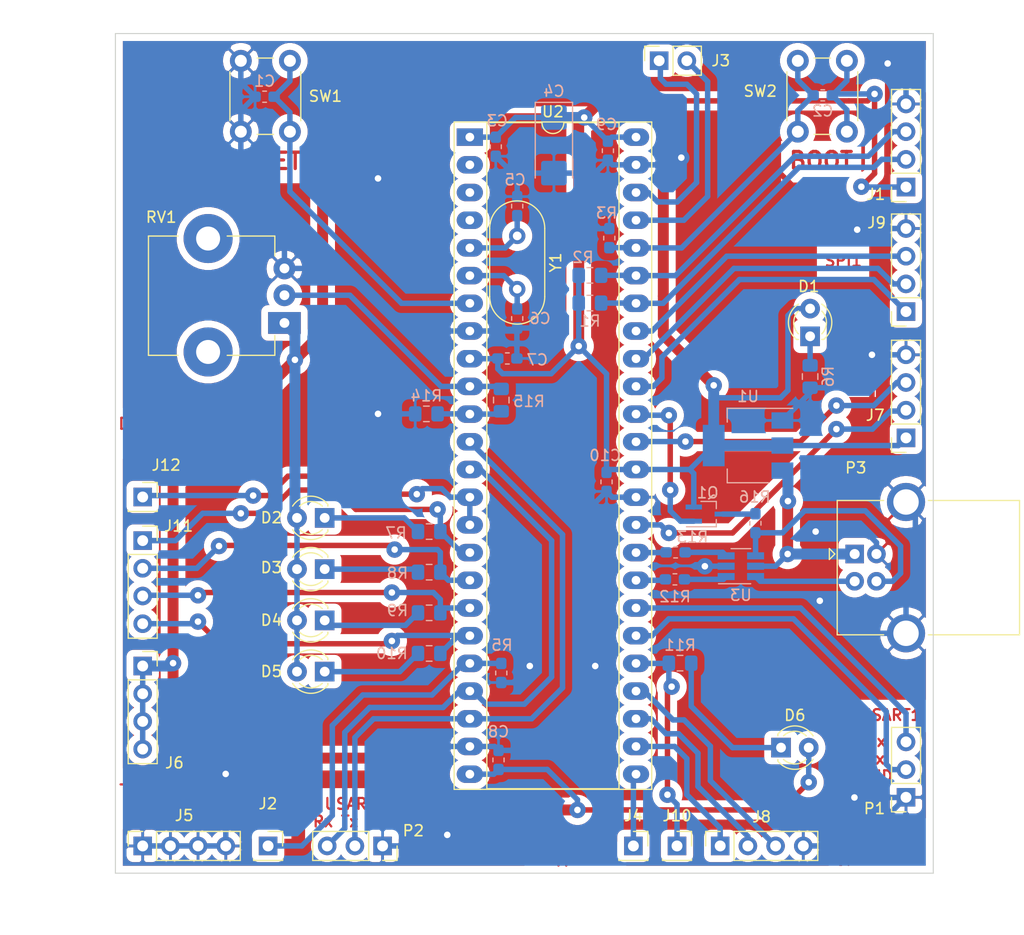
<source format=kicad_pcb>
(kicad_pcb (version 20221018) (generator pcbnew)
  (layers (0 "F.Cu" jumper) (31 "B.Cu" signal) (36 "B.SilkS" user "B.Silkscreen") (37 "F.SilkS" user "F.Silkscreen") (38 "B.Mask" user) (44 "Edge.Cuts" user))
  (net 0 "")
  (net 1 "/NRST")
  (net 2 "GND")
  (net 3 "/BOOT0")
  (net 4 "+3V3")
  (net 5 "/OSC_IN")
  (net 6 "/OSC_OUT")
  (net 7 "Net-(D1-Pad1)")
  (net 8 "Net-(D3-Pad1)")
  (net 9 "Net-(D4-Pad1)")
  (net 10 "+5V")
  (net 11 "/USB_PU")
  (net 12 "Net-(Q1-Pad3)")
  (net 13 "Net-(D2-Pad1)")
  (net 14 "Net-(D5-Pad1)")
  (net 15 "Net-(D6-Pad1)")
  (net 16 "/U1Tx")
  (net 17 "/U1Rx")
  (net 18 "/U2Tx")
  (net 19 "/U2Rx")
  (net 20 "Net-(P3-Pad2)")
  (net 21 "Net-(P3-Pad3)")
  (net 22 "/I2C_SCL")
  (net 23 "/I2C_SDA")
  (net 24 "Net-(J2-Pad1)")
  (net 25 "/PWM1")
  (net 26 "/PWM2")
  (net 27 "/PWM3")
  (net 28 "/PWM4")
  (net 29 "/PWMT1ch1")
  (net 30 "Net-(R12-Pad1)")
  (net 31 "Net-(R12-Pad2)")
  (net 32 "Net-(R13-Pad2)")
  (net 33 "Net-(R13-Pad1)")
  (net 34 "/ADC1")
  (net 35 "/ADC0")
  (net 36 "Net-(J4-Pad1)")
  (net 37 "/SPI2_SCK")
  (net 38 "/SPI2_MISO")
  (net 39 "/SPI2_MOSI")
  (net 40 "/SWDIO")
  (net 41 "/SWCLK")
  (net 42 "Net-(J12-Pad1)")
  (net 43 "/SPI1_SCK")
  (net 44 "/SPI1_MISO")
  (net 45 "/SPI1_MOSI")
  (net 46 "Net-(J3-Pad2)")
  (net 47 "Net-(J3-Pad1)")
  (footprint "my_footprints:Potentiometer" (layer "F.Cu") (at 68 87.04 90)
    (fp_text reference "RV1")
    (fp_text value "20k")
  )
  (footprint "Button_Switch_THT:SW_PUSH_6mm" (layer "F.Cu") (at 115.077 69.5 90)
    (fp_text reference "SW2")
    (fp_text value "Boot")
  )
  (footprint "Package_DIP:DIP-48_W15.24mm_Socket_LongPads" (layer "F.Cu") (at 85 70)
    (fp_text reference "U2")
    (fp_text value "STM32LQFP48")
  )
  (footprint "Crystal:Crystal_HC49-U_Vertical" (layer "F.Cu") (at 89.3445 79.0575 -90)
    (fp_text reference "Y1")
    (fp_text value "8MHz")
  )
  (footprint "Connector_USB:USB_B_OST_USB-B1HSxx_Horizontal" (layer "F.Cu") (at 120.29 108.23)
    (fp_text reference "P3")
    (fp_text value "USB_B")
  )
  (footprint "Connector_PinSocket_2.54mm:PinSocket_1x04_P2.54mm_Vertical" (layer "F.Cu") (at 125 74.58 180)
    (fp_text reference "J1")
    (fp_text value "Conn_01x04_Female")
  )
  (footprint "Connector_PinSocket_2.54mm:PinSocket_1x01_P2.54mm_Vertical" (layer "F.Cu") (at 66.5 135)
    (fp_text reference "J2")
    (fp_text value "Conn_01x01_Female")
  )
  (footprint "Connector_PinSocket_2.54mm:PinSocket_1x02_P2.54mm_Vertical" (layer "F.Cu") (at 102.362 62.992 90)
    (fp_text reference "J3")
    (fp_text value "Conn_01x02_Female")
  )
  (footprint "Connector_PinSocket_2.54mm:PinSocket_1x01_P2.54mm_Vertical" (layer "F.Cu") (at 100 135)
    (fp_text reference "J4")
    (fp_text value "Conn_01x01_Female")
  )
  (footprint "Connector_PinSocket_2.54mm:PinSocket_1x04_P2.54mm_Vertical" (layer "F.Cu") (at 55 135 90)
    (fp_text reference "J5")
    (fp_text value "Conn_01x04_Female")
  )
  (footprint "Connector_PinSocket_2.54mm:PinSocket_1x04_P2.54mm_Vertical" (layer "F.Cu") (at 55 118.5)
    (fp_text reference "J6")
    (fp_text value "Conn_01x04_Female")
  )
  (footprint "Connector_PinSocket_2.54mm:PinSocket_1x04_P2.54mm_Vertical" (layer "F.Cu") (at 125 97.58 180)
    (fp_text reference "J7")
    (fp_text value "Conn_01x04_Female")
  )
  (footprint "Connector_PinSocket_2.54mm:PinSocket_1x04_P2.54mm_Vertical" (layer "F.Cu") (at 107.96 135 90)
    (fp_text reference "J8")
    (fp_text value "Conn_01x04_Female")
  )
  (footprint "Connector_PinSocket_2.54mm:PinSocket_1x04_P2.54mm_Vertical" (layer "F.Cu") (at 125 86 180)
    (fp_text reference "J9")
    (fp_text value "Conn_01x04_Female")
  )
  (footprint "Connector_PinSocket_2.54mm:PinSocket_1x01_P2.54mm_Vertical" (layer "F.Cu") (at 104 135)
    (fp_text reference "J10")
    (fp_text value "Conn_01x01_Female")
  )
  (footprint "Connector_PinSocket_2.54mm:PinSocket_1x04_P2.54mm_Vertical" (layer "F.Cu") (at 55 107)
    (fp_text reference "J11")
    (fp_text value "Conn_01x04_Female")
  )
  (footprint "Connector_PinSocket_2.54mm:PinSocket_1x01_P2.54mm_Vertical" (layer "F.Cu") (at 55 103)
    (fp_text reference "J12")
    (fp_text value "Conn_01x01_Female")
  )
  (footprint "LED_THT:LED_D3.0mm" (layer "F.Cu") (at 116.205 88.265 90)
    (fp_text reference "D1")
    (fp_text value "LED")
  )
  (footprint "LED_THT:LED_D3.0mm" (layer "F.Cu") (at 71.692 104.918 180)
    (fp_text reference "D2")
    (fp_text value "LED")
  )
  (footprint "LED_THT:LED_D3.0mm" (layer "F.Cu") (at 71.692 109.617 180)
    (fp_text reference "D3")
    (fp_text value "LED")
  )
  (footprint "LED_THT:LED_D3.0mm" (layer "F.Cu") (at 71.692 114.316 180)
    (fp_text reference "D4")
    (fp_text value "LED")
  )
  (footprint "LED_THT:LED_D3.0mm" (layer "F.Cu") (at 71.692 119.015 180)
    (fp_text reference "D5")
    (fp_text value "LED")
  )
  (footprint "LED_THT:LED_D3.0mm" (layer "F.Cu") (at 113.538 125.984)
    (fp_text reference "D6")
    (fp_text value "LED")
  )
  (footprint "Connector_PinSocket_2.54mm:PinSocket_1x03_P2.54mm_Vertical" (layer "F.Cu") (at 125 130.54 180)
    (fp_text reference "P1")
    (fp_text value "USART1")
  )
  (footprint "Connector_PinSocket_2.54mm:PinSocket_1x03_P2.54mm_Vertical" (layer "F.Cu") (at 77 135 -90)
    (fp_text reference "P2")
    (fp_text value "USART2/3")
  )
  (footprint "Button_Switch_THT:SW_PUSH_6mm" (layer "F.Cu") (at 68.5 63 -90)
    (fp_text reference "SW1")
    (fp_text value "Reset")
  )
  (footprint "Capacitor_SMD:C_0603_1608Metric_Pad1.05x0.95mm_HandSolder" (layer "B.Cu") (at 66.181 66.294 180)
    (fp_text reference "C1")
    (fp_text value "0.1")
  )
  (footprint "Capacitor_SMD:C_0603_1608Metric_Pad1.05x0.95mm_HandSolder" (layer "B.Cu") (at 89.3445 76.327 90)
    (fp_text reference "C5")
    (fp_text value "12")
  )
  (footprint "Capacitor_SMD:C_0603_1608Metric_Pad1.05x0.95mm_HandSolder" (layer "B.Cu") (at 89.3445 86.628 -90)
    (fp_text reference "C6")
    (fp_text value "12")
  )
  (footprint "Capacitor_SMD:C_0603_1608Metric_Pad1.05x0.95mm_HandSolder" (layer "B.Cu") (at 87.63 127.113 -90)
    (fp_text reference "C8")
    (fp_text value "0.1")
  )
  (footprint "Capacitor_SMD:C_0603_1608Metric_Pad1.05x0.95mm_HandSolder" (layer "B.Cu") (at 97.536 101.614 90)
    (fp_text reference "C10")
    (fp_text value "0.1")
  )
  (footprint "Resistor_SMD:R_0603_1608Metric_Pad1.05x0.95mm_HandSolder" (layer "B.Cu") (at 97.79 79.262 90)
    (fp_text reference "R3")
    (fp_text value "10k")
  )
  (footprint "Resistor_SMD:R_0603_1608Metric_Pad1.05x0.95mm_HandSolder" (layer "B.Cu") (at 87.884 119.14 -90)
    (fp_text reference "R5")
    (fp_text value "100k")
  )
  (footprint "Resistor_SMD:R_0805_2012Metric_Pad1.15x1.40mm_HandSolder" (layer "B.Cu") (at 116.205 91.957 90)
    (fp_text reference "R6")
    (fp_text value "220")
  )
  (footprint "Resistor_SMD:R_0805_2012Metric_Pad1.15x1.40mm_HandSolder" (layer "B.Cu") (at 81.271 106.172)
    (fp_text reference "R7")
    (fp_text value "220")
  )
  (footprint "Resistor_SMD:R_0805_2012Metric_Pad1.15x1.40mm_HandSolder" (layer "B.Cu") (at 81.271 109.897333)
    (fp_text reference "R8")
    (fp_text value "220")
  )
  (footprint "Resistor_SMD:R_0603_1608Metric_Pad1.05x0.95mm_HandSolder" (layer "B.Cu") (at 103.8085 110.5535 180)
    (fp_text reference "R12")
    (fp_text value "22")
  )
  (footprint "Resistor_SMD:R_0603_1608Metric_Pad1.05x0.95mm_HandSolder" (layer "B.Cu") (at 103.872 108.077 180)
    (fp_text reference "R13")
    (fp_text value "22")
  )
  (footprint "Resistor_SMD:R_0603_1608Metric_Pad1.05x0.95mm_HandSolder" (layer "B.Cu") (at 111.1885 105.41 -90)
    (fp_text reference "R16")
    (fp_text value "1k5")
  )
  (footprint "Capacitor_SMD:C_0603_1608Metric_Pad1.05x0.95mm_HandSolder" (layer "B.Cu") (at 87.376 70.88 -90)
    (fp_text reference "C3")
    (fp_text value "0.1")
  )
  (footprint "Capacitor_SMD:C_0603_1608Metric_Pad1.05x0.95mm_HandSolder" (layer "B.Cu") (at 88.4415 90.297 180)
    (fp_text reference "C7")
    (fp_text value "0.1")
  )
  (footprint "Capacitor_SMD:C_0603_1608Metric_Pad1.05x0.95mm_HandSolder" (layer "B.Cu") (at 97.663 71.247 90)
    (fp_text reference "C9")
    (fp_text value "0.1")
  )
  (footprint "Package_TO_SOT_SMD:SOT-323_SC-70_Handsoldering" (layer "B.Cu") (at 106.867 104.5695)
    (fp_text reference "Q1")
    (fp_text value "DTA114Y")
  )
  (footprint "Package_TO_SOT_SMD:SOT-223" (layer "B.Cu") (at 110.515 98.284 180)
    (fp_text reference "U1")
    (fp_text value "LM1117-3.3")
  )
  (footprint "Package_TO_SOT_SMD:SOT-23-6_Handsoldering" (layer "B.Cu") (at 109.855 109.347)
    (fp_text reference "U3")
    (fp_text value "USBLC6-2SC6")
  )
  (footprint "Resistor_SMD:R_0805_2012Metric_Pad1.15x1.40mm_HandSolder" (layer "B.Cu") (at 87.884 94.116 -90)
    (fp_text reference "R15")
    (fp_text value "4k7")
  )
  (footprint "Resistor_SMD:R_0805_2012Metric_Pad1.15x1.40mm_HandSolder" (layer "B.Cu") (at 81.271 117.348)
    (fp_text reference "R10")
    (fp_text value "220")
  )
  (footprint "Resistor_SMD:R_0805_2012Metric_Pad1.15x1.40mm_HandSolder" (layer "B.Cu") (at 81.271 113.622666)
    (fp_text reference "R9")
    (fp_text value "220")
  )
  (footprint "Resistor_SMD:R_0805_2012Metric_Pad1.15x1.40mm_HandSolder" (layer "B.Cu") (at 96.012 82.677)
    (fp_text reference "R2")
    (fp_text value "4k7")
  )
  (footprint "Resistor_SMD:R_0805_2012Metric_Pad1.15x1.40mm_HandSolder" (layer "B.Cu") (at 96.012 85.217)
    (fp_text reference "R1")
    (fp_text value "4k7")
  )
  (footprint "Resistor_SMD:R_0805_2012Metric_Pad1.15x1.40mm_HandSolder" (layer "B.Cu") (at 81.017 95.377 180)
    (fp_text reference "R14")
    (fp_text value "4k7")
  )
  (footprint "Resistor_SMD:R_0805_2012Metric_Pad1.15x1.40mm_HandSolder" (layer "B.Cu") (at 104.276 118.237 180)
    (fp_text reference "R11")
    (fp_text value "220")
  )
  (footprint "Capacitor_Tantalum_SMD:CP_EIA-6032-28_Kemet-C_Pad2.25x2.35mm_HandSolder" (layer "B.Cu") (at 92.71 70.749 -90)
    (fp_text reference "C4")
    (fp_text value "47u")
  )
  (footprint "Capacitor_SMD:C_0603_1608Metric_Pad1.05x0.95mm_HandSolder" (layer "B.Cu") (at 117.362 66.167)
    (fp_text reference "C2")
    (fp_text value "0.1")
  )
  (gr_line (start 52.5 60.5) (end 52.5 137.5) (stroke (width 0.1)) (layer "Edge.Cuts"))
  (gr_line (start 52.5 137.5) (end 127.5 137.5) (stroke (width 0.1)) (layer "Edge.Cuts"))
  (gr_line (start 127.5 137.5) (end 127.5 60.5) (stroke (width 0.1)) (layer "Edge.Cuts"))
  (gr_line (start 127.5 60.5) (end 52.5 60.5) (stroke (width 0.1)) (layer "Edge.Cuts"))
  (gr_text "USART1:" (at 123.825 122.9995) (layer "F.Cu") (effects (font (size 1 1) (thickness 0.2))))
  (gr_text "Rx\nTx\nGND" (at 122.2375 127) (layer "F.Cu") (effects (font (size 1 1) (thickness 0.2))))
  (gr_text "I2C" (at 125.476 64.3255) (layer "F.Cu") (effects (font (size 1 1) (thickness 0.2))))
  (gr_text "pwmT1" (at 114.7445 122.936) (layer "F.Cu") (effects (font (size 1 1) (thickness 0.2))))
  (gr_text "PWM LEDs" (at 63.4365 118.6815) (layer "F.Cu") (effects (font (size 1 1) (thickness 0.2))))
  (gr_text "SWD" (at 119.9515 92.2655) (layer "F.Cu") (effects (font (size 1 1) (thickness 0.2))))
  (gr_text "SPI1" (at 119.253 81.3435) (layer "F.Cu") (effects (font (size 1 1) (thickness 0.2))))
  (gr_text "CAN" (at 98.3615 62.2935) (layer "F.Cu") (effects (font (size 1.5 1.5) (thickness 0.3))))
  (gr_text "RESET" (at 66.167 72.1995) (layer "F.Cu") (effects (font (size 1.5 1.5) (thickness 0.3))))
  (gr_text "USART2\nRx Tx Gnd" (at 74.4855 131.953) (layer "F.Cu") (effects (font (size 1 1) (thickness 0.2))))
  (gr_text "GND" (at 54.991 131.8895) (layer "F.Cu") (effects (font (size 1 1) (thickness 0.2))))
  (gr_text "Sen" (at 66.548 132.7785) (layer "F.Cu") (effects (font (size 1 1) (thickness 0.2))))
  (gr_text "BOOT" (at 117.221 72.136) (layer "F.Cu") (effects (font (size 1.5 1.5) (thickness 0.3))))
  (gr_text "S2|pwmT1" (at 94.6785 136.017) (layer "F.Cu") (effects (font (size 1 1) (thickness 0.2))))
  (gr_text "+3V3" (at 54.737 129.286) (layer "F.Cu") (effects (font (size 1 1) (thickness 0.2))))
  (gr_text "SCK\nMISO\nMOSI\nGND" (at 123.7615 135.001 90) (layer "F.Cu") (effects (font (size 1 1) (thickness 0.2))))
  (gr_text "SPI2:" (at 119.3165 135.001 90) (layer "F.Cu") (effects (font (size 1 1) (thickness 0.2))))
  (gr_text "DAC1/AIN5\nPWM1..4" (at 56.896 97.0915) (layer "F.Cu") (effects (font (size 1 1) (thickness 0.2))))
  (segment (start 78.74 85.24) (end 68.5 75) (width 0.5) (layer "B.Cu") (net 1))
  (segment (start 68.5 75) (end 68.5 69.5) (width 0.5) (layer "B.Cu") (net 1))
  (segment (start 68.5 69.5) (end 68.5 67.738) (width 0.5) (layer "B.Cu") (net 1))
  (segment (start 68.5 64.85) (end 67.056 66.294) (width 0.5) (layer "B.Cu") (net 1))
  (segment (start 68.5 67.738) (end 67.056 66.294) (width 0.5) (layer "B.Cu") (net 1))
  (segment (start 68.5 63) (end 68.5 64.85) (width 0.5) (layer "B.Cu") (net 1))
  (segment (start 85 85.24) (end 78.74 85.24) (width 0.5) (layer "B.Cu") (net 1))
  (segment (start 62.611 128.397) (end 77.343 128.397) (width 0.5) (layer "F.Cu") (net 2))
  (segment (start 121.7545 77.2545) (end 120.523 78.486) (width 0.5) (layer "F.Cu") (net 2))
  (segment (start 116.713 106.172) (end 116.713 112.141) (width 0.5) (layer "F.Cu") (net 2))
  (segment (start 96.901 132.969) (end 116.84 132.969) (width 0.5) (layer "F.Cu") (net 2))
  (segment (start 90.5 118.5) (end 96.5 118.5) (width 0.5) (layer "F.Cu") (net 2))
  (segment (start 116.713 112.141) (end 117.094 112.522) (width 0.5) (layer "F.Cu") (net 2))
  (segment (start 104.394 71.882) (end 106.807 69.469) (width 0.5) (layer "F.Cu") (net 2))
  (segment (start 123.317 75.692) (end 121.7545 77.2545) (width 0.5) (layer "F.Cu") (net 2))
  (segment (start 106.553 111.506) (end 107.442 112.395) (width 0.5) (layer "F.Cu") (net 2))
  (segment (start 119.253 130.556) (end 120.269 130.556) (width 0.5) (layer "F.Cu") (net 2))
  (segment (start 106.807 69.469) (end 109.601 69.469) (width 0.5) (layer "F.Cu") (net 2))
  (segment (start 121.876 79.839) (end 121.876 89.96) (width 0.5) (layer "F.Cu") (net 2))
  (segment (start 116.713 102.87) (end 116.713 106.172) (width 0.5) (layer "F.Cu") (net 2))
  (segment (start 118.618 78.486) (end 109.601 69.469) (width 0.5) (layer "F.Cu") (net 2))
  (segment (start 121.876 89.96) (end 121.876 97.707) (width 0.5) (layer "F.Cu") (net 2))
  (segment (start 116.84 132.969) (end 119.253 130.556) (width 0.5) (layer "F.Cu") (net 2))
  (segment (start 121.876 97.707) (end 116.713 102.87) (width 0.5) (layer "F.Cu") (net 2))
  (segment (start 120.269 121.92) (end 117.094 118.745) (width 0.5) (layer "F.Cu") (net 2))
  (segment (start 117.094 118.745) (end 117.094 112.522) (width 0.5) (layer "F.Cu") (net 2))
  (segment (start 76.581 95.377) (end 76.581 73.787) (width 0.5) (layer "F.Cu") (net 2))
  (segment (start 77.343 128.397) (end 82.931 133.985) (width 0.5) (layer "F.Cu") (net 2))
  (segment (start 107.442 112.395) (end 116.967 112.395) (width 0.5) (layer "F.Cu") (net 2))
  (segment (start 95.885 133.985) (end 96.901 132.969) (width 0.5) (layer "F.Cu") (net 2))
  (segment (start 120.523 78.486) (end 121.876 79.839) (width 0.5) (layer "F.Cu") (net 2))
  (segment (start 120.269 130.556) (end 120.269 121.92) (width 0.5) (layer "F.Cu") (net 2))
  (segment (start 123.317 63.246) (end 123.317 75.692) (width 0.5) (layer "F.Cu") (net 2))
  (segment (start 120.523 78.486) (end 118.618 78.486) (width 0.5) (layer "F.Cu") (net 2))
  (segment (start 106.553 109.3535) (end 106.553 111.506) (width 0.5) (layer "F.Cu") (net 2))
  (segment (start 116.967 112.395) (end 117.094 112.522) (width 0.5) (layer "F.Cu") (net 2))
  (segment (start 82.931 133.985) (end 95.885 133.985) (width 0.5) (layer "F.Cu") (net 2))
  (via (at 82.931 133.985) (size 1.5) (drill 0.6) (layers "F.Cu" "B.Cu") (net 2))
  (via (at 117.094 112.522) (size 1.5) (drill 0.6) (layers "F.Cu" "B.Cu") (net 2))
  (via (at 76.581 73.787) (size 1.5) (drill 0.6) (layers "F.Cu" "B.Cu") (net 2))
  (via (at 90.5 118.5) (size 1.5) (drill 0.6) (layers "F.Cu" "B.Cu") (net 2))
  (via (at 120.523 78.486) (size 1.5) (drill 0.6) (layers "F.Cu" "B.Cu") (net 2))
  (via (at 106.553 109.3535) (size 1.5) (drill 0.6) (layers "F.Cu" "B.Cu") (net 2))
  (via (at 123.317 63.246) (size 1.5) (drill 0.6) (layers "F.Cu" "B.Cu") (net 2))
  (via (at 96.5 118.5) (size 1.5) (drill 0.6) (layers "F.Cu" "B.Cu") (net 2))
  (via (at 116.713 106.172) (size 1.5) (drill 0.6) (layers "F.Cu" "B.Cu") (net 2))
  (via (at 120.269 130.556) (size 1.5) (drill 0.6) (layers "F.Cu" "B.Cu") (net 2))
  (via (at 76.581 95.377) (size 1.5) (drill 0.6) (layers "F.Cu" "B.Cu") (net 2))
  (via (at 121.876 89.96) (size 1.5) (drill 0.6) (layers "F.Cu" "B.Cu") (net 2))
  (via (at 104.394 71.882) (size 1.5) (drill 0.6) (layers "F.Cu" "B.Cu") (net 2))
  (via (at 62.611 128.397) (size 1.5) (drill 0.6) (layers "F.Cu" "B.Cu") (net 2))
  (segment (start 91.059 126.238) (end 96.5 120.797) (width 0.5) (layer "B.Cu") (net 2))
  (segment (start 97.79 78.387) (end 96.887 78.387) (width 0.5) (layer "B.Cu") (net 2))
  (segment (start 92.71 73.299) (end 89.299 73.299) (width 0.5) (layer "B.Cu") (net 2))
  (segment (start 125 66.96) (end 125 64.929) (width 0.5) (layer "B.Cu") (net 2))
  (segment (start 120.629 78.38) (end 120.523 78.486) (width 0.5) (layer "B.Cu") (net 2))
  (segment (start 85 87.78) (end 79.144 87.78) (width 0.5) (layer "B.Cu") (net 2))
  (segment (start 118.854 92.982) (end 116.205 92.982) (width 0.5) (layer "B.Cu") (net 2))
  (segment (start 76.581 65.405) (end 76.835 65.151) (width 0.5) (layer "B.Cu") (net 2))
  (segment (start 73.404 82.04) (end 68 82.04) (width 0.5) (layer "B.Cu") (net 2))
  (segment (start 92.964 85.09) (end 92.964 81.407) (width 0.5) (layer "B.Cu") (net 2))
  (segment (start 64 67.6) (end 65.306 66.294) (width 0.5) (layer "B.Cu") (net 2))
  (segment (start 121.876 89.96) (end 118.854 92.982) (width 0.5) (layer "B.Cu") (net 2))
  (segment (start 125 115.5) (end 125 112.236) (width 0.5) (layer "B.Cu") (net 2))
  (segment (start 122.29 108.23) (end 122.29 107.812) (width 0.5) (layer "B.Cu") (net 2))
  (segment (start 64 72.636) (end 64 69.5) (width 0.5) (layer "B.Cu") (net 2))
  (segment (start 96.887 78.387) (end 96.486 77.986) (width 0.5) (layer "B.Cu") (net 2))
  (segment (start 76.835 65.151) (end 101.219 65.151) (width 0.5) (layer "B.Cu") (net 2))
  (segment (start 68 76.636) (end 64 72.636) (width 0.5) (layer "B.Cu") (net 2))
  (segment (start 121.285 106.172) (end 116.713 106.172) (width 0.5) (layer "B.Cu") (net 2))
  (segment (start 125.857 104.317) (end 125 103.46) (width 0.5) (layer "B.Cu") (net 2))
  (segment (start 115.58 135) (end 120.54 135) (width 0.5) (layer "B.Cu") (net 2))
  (segment (start 124.984 130.556) (end 125 130.54) (width 0.5) (layer "B.Cu") (net 2))
  (segment (start 89.3165 87.531) (end 89.3445 87.503) (width 0.5) (layer "B.Cu") (net 2))
  (segment (start 122.29 108.23) (end 122.29 107.177) (width 0.5) (layer "B.Cu") (net 2))
  (segment (start 87.63 126.238) (end 91.059 126.238) (width 0.5) (layer "B.Cu") (net 2))
  (segment (start 120.269 130.556) (end 124.984 130.556) (width 0.5) (layer "B.Cu") (net 2))
  (segment (start 96.5 120.797) (end 96.5 118.5) (width 0.5) (layer "B.Cu") (net 2))
  (segment (start 64 63) (end 64 64.988) (width 0.5) (layer "B.Cu") (net 2))
  (segment (start 125 112.236) (end 125.857 111.379) (width 0.5) (layer "B.Cu") (net 2))
  (segment (start 125 64.929) (end 123.317 63.246) (width 0.5) (layer "B.Cu") (net 2))
  (segment (start 108.505 109.347) (end 106.5595 109.347) (width 0.5) (layer "B.Cu") (net 2))
  (segment (start 96.5 118.5) (end 96.5 103.525) (width 0.5) (layer "B.Cu") (net 2))
  (segment (start 100.24 72.54) (end 103.736 72.54) (width 0.5) (layer "B.Cu") (net 2))
  (segment (start 106.5595 109.347) (end 106.553 109.3535) (width 0.5) (layer "B.Cu") (net 2))
  (segment (start 62.62 135) (end 60.08 135) (width 0.5) (layer "B.Cu") (net 2))
  (segment (start 64 69.5) (end 64 67.6) (width 0.5) (layer "B.Cu") (net 2))
  (segment (start 100.24 72.54) (end 98.081 72.54) (width 0.5) (layer "B.Cu") (net 2))
  (segment (start 104.394 68.326) (end 104.394 71.882) (width 0.5) (layer "B.Cu") (net 2))
  (segment (start 125.857 111.379) (end 125.857 104.317) (width 0.5) (layer "B.Cu") (net 2))
  (segment (start 88.985 120.015) (end 90.5 118.5) (width 0.5) (layer "B.Cu") (net 2))
  (segment (start 125 89.96) (end 121.876 89.96) (width 0.5) (layer "B.Cu") (net 2))
  (segment (start 98.081 72.54) (end 97.663 72.122) (width 0.5) (layer "B.Cu") (net 2))
  (segment (start 88.92 73.299) (end 87.376 71.755) (width 0.5) (layer "B.Cu") (net 2))
  (segment (start 62.611 131.681) (end 62.611 128.397) (width 0.5) (layer "B.Cu") (net 2))
  (segment (start 89.3445 73.3445) (end 89.299 73.299) (width 0.5) (layer "B.Cu") (net 2))
  (segment (start 90.551 87.503) (end 92.964 85.09) (width 0.5) (layer "B.Cu") (net 2))
  (segment (start 116.205 93.444) (end 113.665 95.984) (width 0.5) (layer "B.Cu") (net 2))
  (segment (start 89.3445 87.503) (end 90.551 87.503) (width 0.5) (layer "B.Cu") (net 2))
  (segment (start 68 82.04) (end 68 76.636) (width 0.5) (layer "B.Cu") (net 2))
  (segment (start 85 125.88) (end 87.272 125.88) (width 0.5) (layer "B.Cu") (net 2))
  (segment (start 96.5 103.525) (end 97.536 102.489) (width 0.5) (layer "B.Cu") (net 2))
  (segment (start 79.992 95.377) (end 76.581 95.377) (width 0.5) (layer "B.Cu") (net 2))
  (segment (start 125 78.38) (end 120.629 78.38) (width 0.5) (layer "B.Cu") (net 2))
  (segment (start 85 87.78) (end 89.0675 87.78) (width 0.5) (layer "B.Cu") (net 2))
  (segment (start 92.71 73.299) (end 96.486 73.299) (width 0.5) (layer "B.Cu") (net 2))
  (segment (start 62.62 131.69) (end 62.611 131.681) (width 0.5) (layer "B.Cu") (net 2))
  (segment (start 95.984 78.387) (end 96.887 78.387) (width 0.5) (layer "B.Cu") (net 2))
  (segment (start 117.094 112.522) (end 120.072 115.5) (width 0.5) (layer "B.Cu") (net 2))
  (segment (start 98.067 103.02) (end 97.536 102.489) (width 0.5) (layer "B.Cu") (net 2))
  (segment (start 77 135) (end 81.916 135) (width 0.5) (layer "B.Cu") (net 2))
  (segment (start 57.54 135) (end 60.08 135) (width 0.5) (layer "B.Cu") (net 2))
  (segment (start 62.62 135) (end 62.62 131.69) (width 0.5) (layer "B.Cu") (net 2))
  (segment (start 89.0675 87.78) (end 89.3445 87.503) (width 0.5) (layer "B.Cu") (net 2))
  (segment (start 120.54 135) (end 125 130.54) (width 0.5) (layer "B.Cu") (net 2))
  (segment (start 76.581 73.787) (end 76.581 65.405) (width 0.5) (layer "B.Cu") (net 2))
  (segment (start 103.736 72.54) (end 104.394 71.882) (width 0.5) (layer "B.Cu") (net 2))
  (segment (start 120.072 115.5) (end 125 115.5) (width 0.5) (layer "B.Cu") (net 2))
  (segment (start 96.486 73.299) (end 97.663 72.122) (width 0.5) (layer "B.Cu") (net 2))
  (segment (start 82.55 133.604) (end 82.931 133.985) (width 0.5) (layer "B.Cu") (net 2))
  (segment (start 100.24 103.02) (end 98.067 103.02) (width 0.5) (layer "B.Cu") (net 2))
  (segment (start 81.916 135) (end 82.931 133.985) (width 0.5) (layer "B.Cu") (net 2))
  (segment (start 87.884 120.015) (end 88.985 120.015) (width 0.5) (layer "B.Cu") (net 2))
  (segment (start 55 135) (end 57.54 135) (width 0.5) (layer "B.Cu") (net 2))
  (segment (start 101.219 65.151) (end 104.394 68.326) (width 0.5) (layer "B.Cu") (net 2))
  (segment (start 82.55 126.492) (end 82.55 133.604) (width 0.5) (layer "B.Cu") (net 2))
  (segment (start 92.964 81.407) (end 95.984 78.387) (width 0.5) (layer "B.Cu") (net 2))
  (segment (start 89.3445 75.452) (end 89.3445 73.3445) (width 0.5) (layer "B.Cu") (net 2))
  (segment (start 116.205 92.982) (end 116.205 93.444) (width 0.5) (layer "B.Cu") (net 2))
  (segment (start 64 64.988) (end 65.306 66.294) (width 0.5) (layer "B.Cu") (net 2))
  (segment (start 122.29 107.177) (end 121.285 106.172) (width 0.5) (layer "B.Cu") (net 2))
  (segment (start 85 125.88) (end 83.162 125.88) (width 0.5) (layer "B.Cu") (net 2))
  (segment (start 89.299 73.299) (end 88.92 73.299) (width 0.5) (layer "B.Cu") (net 2))
  (segment (start 79.144 87.78) (end 73.404 82.04) (width 0.5) (layer "B.Cu") (net 2))
  (segment (start 96.486 77.986) (end 96.486 73.299) (width 0.5) (layer "B.Cu") (net 2))
  (segment (start 83.162 125.88) (end 82.55 126.492) (width 0.5) (layer "B.Cu") (net 2))
  (segment (start 87.272 125.88) (end 87.63 126.238) (width 0.5) (layer "B.Cu") (net 2))
  (segment (start 89.3165 90.297) (end 89.3165 87.531) (width 0.5) (layer "B.Cu") (net 2))
  (segment (start 100.217 80.137) (end 100.24 80.16) (width 0.5) (layer "B.Cu") (net 3))
  (segment (start 104.417 80.16) (end 115.077 69.5) (width 0.5) (layer "B.Cu") (net 3))
  (segment (start 115.077 69.5) (end 115.077 67.577) (width 0.5) (layer "B.Cu") (net 3))
  (segment (start 115.077 64.757) (end 116.487 66.167) (width 0.5) (layer "B.Cu") (net 3))
  (segment (start 115.077 67.577) (end 116.487 66.167) (width 0.5) (layer "B.Cu") (net 3))
  (segment (start 100.24 80.16) (end 104.417 80.16) (width 0.5) (layer "B.Cu") (net 3))
  (segment (start 115.077 63) (end 115.077 64.757) (width 0.5) (layer "B.Cu") (net 3))
  (segment (start 97.79 80.137) (end 100.217 80.137) (width 0.5) (layer "B.Cu") (net 3))
  (segment (start 102.743 88.138) (end 102.743 84.582) (width 1) (layer "F.Cu") (net 4))
  (segment (start 119.761 66.675) (end 101.092 66.675) (width 0.5) (layer "F.Cu") (net 4))
  (segment (start 121.482 66.675) (end 122.117 66.04) (width 0.5) (layer "F.Cu") (net 4))
  (segment (start 119.761 66.675) (end 121.482 66.675) (width 0.5) (layer "F.Cu") (net 4))
  (segment (start 78.559999 126.946999) (end 83.312 131.699) (width 1) (layer "F.Cu") (net 4))
  (segment (start 83.312 131.699) (end 94.869 131.699) (width 1) (layer "F.Cu") (net 4))
  (segment (start 71.501 87.884) (end 68.961 90.424) (width 1) (layer "F.Cu") (net 4))
  (segment (start 78.613 66.675) (end 71.501 73.787) (width 1) (layer "F.Cu") (net 4))
  (segment (start 97.014 66.675) (end 101.092 66.675) (width 1) (layer "F.Cu") (net 4))
  (segment (start 57.785 118.237) (end 57.785 125.857) (width 1) (layer "F.Cu") (net 4))
  (segment (start 113.538 131.699) (end 116.078 129.159) (width 0.5) (layer "F.Cu") (net 4))
  (segment (start 58.874999 126.946999) (end 78.559999 126.946999) (width 1) (layer "F.Cu") (net 4))
  (segment (start 101.092 66.675) (end 102.743 68.326) (width 1) (layer "F.Cu") (net 4))
  (segment (start 107.365 92.76) (end 102.743 88.138) (width 1) (layer "F.Cu") (net 4))
  (segment (start 122.117 73.336) (end 120.904 74.549) (width 0.5) (layer "F.Cu") (net 4))
  (segment (start 71.501 73.787) (end 71.501 87.884) (width 1) (layer "F.Cu") (net 4))
  (segment (start 94.987 89.163) (end 94.987 68.702) (width 1) (layer "F.Cu") (net 4))
  (segment (start 97.014 66.675) (end 95.49 68.199) (width 1) (layer "F.Cu") (net 4))
  (segment (start 122.117 66.04) (end 122.117 73.336) (width 0.5) (layer "F.Cu") (net 4))
  (segment (start 97.014 66.675) (end 78.613 66.675) (width 1) (layer "F.Cu") (net 4))
  (segment (start 57.785 118.237) (end 57.785 101.6) (width 1) (layer "F.Cu") (net 4))
  (segment (start 94.869 131.699) (end 113.538 131.699) (width 0.5) (layer "F.Cu") (net 4))
  (segment (start 102.743 68.326) (end 102.743 84.582) (width 1) (layer "F.Cu") (net 4))
  (segment (start 57.785 101.6) (end 68.961 90.424) (width 1) (layer "F.Cu") (net 4))
  (segment (start 57.785 125.857) (end 58.874999 126.946999) (width 1) (layer "F.Cu") (net 4))
  (segment (start 94.987 68.702) (end 95.49 68.199) (width 1) (layer "F.Cu") (net 4))
  (via (at 94.869 131.699) (size 1.5) (drill 0.6) (layers "F.Cu" "B.Cu") (net 4))
  (via (at 94.987 89.163) (size 1.5) (drill 0.6) (layers "F.Cu" "B.Cu") (net 4))
  (via (at 116.078 129.159) (size 1.5) (drill 0.6) (layers "F.Cu" "B.Cu") (net 4))
  (via (at 107.365 92.76) (size 1.5) (drill 0.6) (layers "F.Cu" "B.Cu") (net 4))
  (via (at 122.117 66.04) (size 1.5) (drill 0.6) (layers "F.Cu" "B.Cu") (net 4))
  (via (at 120.904 74.549) (size 1.5) (drill 0.6) (layers "F.Cu" "B.Cu") (net 4))
  (via (at 68.961 90.424) (size 1.5) (drill 0.6) (layers "F.Cu" "B.Cu") (net 4))
  (via (at 95.49 68.199) (size 1.5) (drill 0.6) (layers "F.Cu" "B.Cu") (net 4))
  (via (at 57.785 118.237) (size 1.5) (drill 0.6) (layers "F.Cu" "B.Cu") (net 4))
  (segment (start 114.173 86.36) (end 114.173 93.218) (width 0.5) (layer "B.Cu") (net 4))
  (segment (start 92.103 127.988) (end 94.869 130.754) (width 0.5) (layer "B.Cu") (net 4))
  (segment (start 87.63 127.988) (end 92.103 127.988) (width 0.5) (layer "B.Cu") (net 4))
  (segment (start 119.577 64.827) (end 118.237 66.167) (width 0.5) (layer "B.Cu") (net 4))
  (segment (start 113.665 98.284) (end 107.365 98.284) (width 1) (layer "B.Cu") (net 4))
  (segment (start 114.808 85.725) (end 114.173 86.36) (width 0.5) (layer "B.Cu") (net 4))
  (segment (start 94.987 85.217) (end 94.987 82.677) (width 0.5) (layer "B.Cu") (net 4))
  (segment (start 118.364 66.04) (end 118.237 66.167) (width 0.5) (layer "B.Cu") (net 4))
  (segment (start 116.205 85.725) (end 114.808 85.725) (width 0.5) (layer "B.Cu") (net 4))
  (segment (start 69.152 119.015) (end 69.152 114.316) (width 0.5) (layer "B.Cu") (net 4))
  (segment (start 92.71 68.199) (end 89.182 68.199) (width 0.5) (layer "B.Cu") (net 4))
  (segment (start 124.296 98.284) (end 125 97.58) (width 0.5) (layer "B.Cu") (net 4))
  (segment (start 100.24 70) (end 98.035 70) (width 0.5) (layer "B.Cu") (net 4))
  (segment (start 100.24 100.48) (end 105.169 100.48) (width 0.5) (layer "B.Cu") (net 4))
  (segment (start 87.198 128.42) (end 87.63 127.988) (width 0.5) (layer "B.Cu") (net 4))
  (segment (start 120.935 74.58) (end 120.904 74.549) (width 0.5) (layer "B.Cu") (net 4))
  (segment (start 100.24 100.48) (end 97.795 100.48) (width 0.5) (layer "B.Cu") (net 4))
  (segment (start 88.011 91.694) (end 92.456 91.694) (width 0.5) (layer "B.Cu") (net 4))
  (segment (start 55 123.58) (end 55 121.04) (width 0.5) (layer "B.Cu") (net 4))
  (segment (start 87.5665 90.297) (end 87.5665 91.2495) (width 0.5) (layer "B.Cu") (net 4))
  (segment (start 89.182 68.199) (end 87.376 70.005) (width 0.5) (layer "B.Cu") (net 4))
  (segment (start 97.795 100.48) (end 97.536 100.739) (width 0.5) (layer "B.Cu") (net 4))
  (segment (start 113.488 93.903) (end 107.365 93.903) (width 0.5) (layer "B.Cu") (net 4))
  (segment (start 119.577 63) (end 119.577 64.827) (width 0.5) (layer "B.Cu") (net 4))
  (segment (start 107.365 93.903) (end 107.365 92.76) (width 1) (layer "B.Cu") (net 4))
  (segment (start 122.117 66.04) (end 118.364 66.04) (width 0.5) (layer "B.Cu") (net 4))
  (segment (start 98.035 70) (end 97.663 70.372) (width 0.5) (layer "B.Cu") (net 4))
  (segment (start 87.5665 91.2495) (end 88.011 91.694) (width 0.5) (layer "B.Cu") (net 4))
  (segment (start 55 118.5) (end 57.522 118.5) (width 1) (layer "B.Cu") (net 4))
  (segment (start 55 126.12) (end 55 123.58) (width 0.5) (layer "B.Cu") (net 4))
  (segment (start 87.371 70) (end 87.376 70.005) (width 0.5) (layer "B.Cu") (net 4))
  (segment (start 55 118.5) (end 55 121.04) (width 0.5) (layer "B.Cu") (net 4))
  (segment (start 107.365 98.284) (end 107.365 93.903) (width 1) (layer "B.Cu") (net 4))
  (segment (start 92.456 91.694) (end 94.987 89.163) (width 0.5) (layer "B.Cu") (net 4))
  (segment (start 95.49 68.199) (end 97.663 70.372) (width 0.5) (layer "B.Cu") (net 4))
  (segment (start 97.536 91.712) (end 94.987 89.163) (width 0.5) (layer "B.Cu") (net 4))
  (segment (start 68.961 90.424) (end 68.961 104.727) (width 1) (layer "B.Cu") (net 4))
  (segment (start 85 128.42) (end 87.198 128.42) (width 0.5) (layer "B.Cu") (net 4))
  (segment (start 105.537 103.9195) (end 105.537 100.848) (width 0.5) (layer "B.Cu") (net 4))
  (segment (start 69.152 114.316) (end 69.152 109.617) (width 0.5) (layer "B.Cu") (net 4))
  (segment (start 114.173 93.218) (end 113.488 93.903) (width 0.5) (layer "B.Cu") (net 4))
  (segment (start 94.869 130.754) (end 94.869 131.699) (width 0.5) (layer "B.Cu") (net 4))
  (segment (start 94.987 89.163) (end 94.987 85.217) (width 0.5) (layer "B.Cu") (net 4))
  (segment (start 105.169 100.48) (end 107.365 98.284) (width 0.5) (layer "B.Cu") (net 4))
  (segment (start 113.665 98.284) (end 124.296 98.284) (width 0.5) (layer "B.Cu") (net 4))
  (segment (start 85 90.32) (end 87.5435 90.32) (width 0.5) (layer "B.Cu") (net 4))
  (segment (start 87.5435 90.32) (end 87.5665 90.297) (width 0.5) (layer "B.Cu") (net 4))
  (segment (start 68.961 104.727) (end 69.152 104.918) (width 1) (layer "B.Cu") (net 4))
  (segment (start 68.961 88.001) (end 68 87.04) (width 1) (layer "B.Cu") (net 4))
  (segment (start 119.577 67.507) (end 118.237 66.167) (width 0.5) (layer "B.Cu") (net 4))
  (segment (start 69.152 104.918) (end 69.152 109.617) (width 0.5) (layer "B.Cu") (net 4))
  (segment (start 105.537 100.848) (end 105.169 100.48) (width 0.5) (layer "B.Cu") (net 4))
  (segment (start 116.078 129.159) (end 116.078 125.984) (width 0.5) (layer "B.Cu") (net 4))
  (segment (start 85 70) (end 87.371 70) (width 0.5) (layer "B.Cu") (net 4))
  (segment (start 68.961 90.424) (end 68.961 88.001) (width 1) (layer "B.Cu") (net 4))
  (segment (start 97.536 100.739) (end 97.536 91.712) (width 0.5) (layer "B.Cu") (net 4))
  (segment (start 119.577 69.5) (end 119.577 67.507) (width 0.5) (layer "B.Cu") (net 4))
  (segment (start 125 74.58) (end 120.935 74.58) (width 0.5) (layer "B.Cu") (net 4))
  (segment (start 57.522 118.5) (end 57.785 118.237) (width 1) (layer "B.Cu") (net 4))
  (segment (start 92.71 68.199) (end 95.49 68.199) (width 1) (layer "B.Cu") (net 4))
  (segment (start 85 80.16) (end 88.242 80.16) (width 0.5) (layer "B.Cu") (net 5))
  (segment (start 88.242 80.16) (end 89.3445 79.0575) (width 0.5) (layer "B.Cu") (net 5))
  (segment (start 89.3445 79.0575) (end 89.3445 77.202) (width 0.5) (layer "B.Cu") (net 5))
  (segment (start 88.107 82.7) (end 89.3445 83.9375) (width 0.5) (layer "B.Cu") (net 6))
  (segment (start 89.3445 85.753) (end 89.3445 83.9375) (width 0.5) (layer "B.Cu") (net 6))
  (segment (start 85 82.7) (end 88.107 82.7) (width 0.5) (layer "B.Cu") (net 6))
  (segment (start 116.205 88.265) (end 116.205 90.932) (width 0.5) (layer "B.Cu") (net 7))
  (segment (start 71.692 109.617) (end 79.965667 109.617) (width 0.5) (layer "B.Cu") (net 8))
  (segment (start 79.965667 109.617) (end 80.246 109.897333) (width 0.5) (layer "B.Cu") (net 8))
  (segment (start 72.148676 114.772676) (end 79.09599 114.772676) (width 0.5) (layer "B.Cu") (net 9))
  (segment (start 71.692 114.316) (end 72.148676 114.772676) (width 0.5) (layer "B.Cu") (net 9))
  (segment (start 79.09599 114.772676) (end 80.246 113.622666) (width 0.5) (layer "B.Cu") (net 9))
  (segment (start 114.147 108.23) (end 114.147 103.404) (width 1) (layer "F.Cu") (net 10))
  (segment (start 114.147 103.404) (end 114.173 103.378) (width 1) (layer "F.Cu") (net 10))
  (via (at 114.173 103.378) (size 1.5) (drill 0.6) (layers "F.Cu" "B.Cu") (net 10))
  (via (at 114.147 108.23) (size 1.5) (drill 0.6) (layers "F.Cu" "B.Cu") (net 10))
  (segment (start 114.173 103.378) (end 114.173 101.092) (width 1) (layer "B.Cu") (net 10))
  (segment (start 120.29 108.23) (end 114.147 108.23) (width 1) (layer "B.Cu") (net 10))
  (segment (start 114.147 108.23) (end 113.03 109.347) (width 0.5) (layer "B.Cu") (net 10))
  (segment (start 113.03 109.347) (end 111.205 109.347) (width 0.5) (layer "B.Cu") (net 10))
  (segment (start 114.173 101.092) (end 113.665 100.584) (width 1) (layer "B.Cu") (net 10))
  (segment (start 103.378 95.631) (end 103.251 95.504) (width 0.5) (layer "F.Cu") (net 11))
  (segment (start 103.378 102.362) (end 103.378 95.631) (width 0.5) (layer "F.Cu") (net 11))
  (via (at 103.378 102.362) (size 1.5) (drill 0.6) (layers "F.Cu" "B.Cu") (net 11))
  (via (at 103.251 95.504) (size 1.5) (drill 0.6) (layers "F.Cu" "B.Cu") (net 11))
  (segment (start 103.251 95.504) (end 100.344 95.504) (width 0.5) (layer "B.Cu") (net 11))
  (segment (start 100.344 95.504) (end 100.24 95.4) (width 0.5) (layer "B.Cu") (net 11))
  (segment (start 104.3305 105.2195) (end 103.378 104.267) (width 0.5) (layer "B.Cu") (net 11))
  (segment (start 105.537 105.2195) (end 104.3305 105.2195) (width 0.5) (layer "B.Cu") (net 11))
  (segment (start 103.378 104.267) (end 103.378 102.362) (width 0.5) (layer "B.Cu") (net 11))
  (segment (start 108.197 104.5695) (end 111.154 104.5695) (width 0.5) (layer "B.Cu") (net 12))
  (segment (start 111.154 104.5695) (end 111.1885 104.535) (width 0.5) (layer "B.Cu") (net 12))
  (segment (start 71.692 104.918) (end 78.992 104.918) (width 0.5) (layer "B.Cu") (net 13))
  (segment (start 78.992 104.918) (end 80.246 106.172) (width 0.5) (layer "B.Cu") (net 13))
  (segment (start 71.692 119.015) (end 78.579 119.015) (width 0.5) (layer "B.Cu") (net 14))
  (segment (start 78.579 119.015) (end 80.246 117.348) (width 0.5) (layer "B.Cu") (net 14))
  (segment (start 105.301 122.192) (end 105.301 118.237) (width 0.5) (layer "B.Cu") (net 15))
  (segment (start 109.093 125.984) (end 105.301 122.192) (width 0.5) (layer "B.Cu") (net 15))
  (segment (start 113.538 125.984) (end 109.093 125.984) (width 0.5) (layer "B.Cu") (net 15))
  (segment (start 123.19 127.508) (end 123.19 122.682) (width 0.5) (layer "B.Cu") (net 16))
  (segment (start 123.19 122.682) (end 114.681 114.173) (width 0.5) (layer "B.Cu") (net 16))
  (segment (start 114.681 114.173) (end 103.251 114.173) (width 0.5) (layer "B.Cu") (net 16))
  (segment (start 123.682 128) (end 123.19 127.508) (width 0.5) (layer "B.Cu") (net 16))
  (segment (start 125 128) (end 123.682 128) (width 0.5) (layer "B.Cu") (net 16))
  (segment (start 103.251 114.173) (end 101.704 115.72) (width 0.5) (layer "B.Cu") (net 16))
  (segment (start 101.704 115.72) (end 100.24 115.72) (width 0.5) (layer "B.Cu") (net 16))
  (segment (start 115.339 113.18) (end 125 122.841) (width 0.5) (layer "B.Cu") (net 17))
  (segment (start 125 122.841) (end 125 125.46) (width 0.5) (layer "B.Cu") (net 17))
  (segment (start 100.24 113.18) (end 115.339 113.18) (width 0.5) (layer "B.Cu") (net 17))
  (segment (start 74.46 125.057) (end 74.46 135) (width 0.5) (layer "B.Cu") (net 18))
  (segment (start 85 123.34) (end 76.177 123.34) (width 0.5) (layer "B.Cu") (net 18))
  (segment (start 85 97.94) (end 93.5 106.44) (width 0.5) (layer "B.Cu") (net 18))
  (segment (start 93.5 120.5) (end 90.66 123.34) (width 0.5) (layer "B.Cu") (net 18))
  (segment (start 93.5 106.44) (end 93.5 120.5) (width 0.5) (layer "B.Cu") (net 18))
  (segment (start 76.177 123.34) (end 74.46 125.057) (width 0.5) (layer "B.Cu") (net 18))
  (segment (start 90.66 123.34) (end 85 123.34) (width 0.5) (layer "B.Cu") (net 18))
  (segment (start 82.55 122.301) (end 75.819 122.301) (width 0.5) (layer "B.Cu") (net 19))
  (segment (start 86.5 122) (end 90 122) (width 0.5) (layer "B.Cu") (net 19))
  (segment (start 85 120.8) (end 84.051 120.8) (width 0.5) (layer "B.Cu") (net 19))
  (segment (start 92.5 119.5) (end 92.5 107) (width 0.5) (layer "B.Cu") (net 19))
  (segment (start 85.3 120.8) (end 86.5 122) (width 0.5) (layer "B.Cu") (net 19))
  (segment (start 73.533 133.387) (end 71.92 135) (width 0.5) (layer "B.Cu") (net 19))
  (segment (start 90 122) (end 92.5 119.5) (width 0.5) (layer "B.Cu") (net 19))
  (segment (start 84.051 120.8) (end 82.55 122.301) (width 0.5) (layer "B.Cu") (net 19))
  (segment (start 85 120.8) (end 85.3 120.8) (width 0.5) (layer "B.Cu") (net 19))
  (segment (start 75.819 122.301) (end 73.533 124.587) (width 0.5) (layer "B.Cu") (net 19))
  (segment (start 73.533 124.587) (end 73.533 133.387) (width 0.5) (layer "B.Cu") (net 19))
  (segment (start 92.5 107) (end 85.98 100.48) (width 0.5) (layer "B.Cu") (net 19))
  (segment (start 85.98 100.48) (end 85 100.48) (width 0.5) (layer "B.Cu") (net 19))
  (segment (start 111.638 110.73) (end 111.205 110.297) (width 0.5) (layer "B.Cu") (net 20))
  (segment (start 120.29 110.73) (end 111.638 110.73) (width 0.5) (layer "B.Cu") (net 20))
  (segment (start 111.205 108.397) (end 111.205 106.3015) (width 0.5) (layer "B.Cu") (net 21))
  (segment (start 115.697 104.267) (end 113.679 106.285) (width 0.5) (layer "B.Cu") (net 21))
  (segment (start 124.5 107.5) (end 121.267 104.267) (width 0.5) (layer "B.Cu") (net 21))
  (segment (start 113.679 106.285) (end 111.1885 106.285) (width 0.5) (layer "B.Cu") (net 21))
  (segment (start 123.77 110.73) (end 124.5 110) (width 0.5) (layer "B.Cu") (net 21))
  (segment (start 121.267 104.267) (end 115.697 104.267) (width 0.5) (layer "B.Cu") (net 21))
  (segment (start 122.29 110.73) (end 123.77 110.73) (width 0.5) (layer "B.Cu") (net 21))
  (segment (start 111.205 106.3015) (end 111.1885 106.285) (width 0.5) (layer "B.Cu") (net 21))
  (segment (start 124.5 110) (end 124.5 107.5) (width 0.5) (layer "B.Cu") (net 21))
  (segment (start 115.189 72.771) (end 102.72 85.24) (width 0.5) (layer "B.Cu") (net 22))
  (segment (start 100.217 85.217) (end 100.24 85.24) (width 0.5) (layer "B.Cu") (net 22))
  (segment (start 122.778 72.04) (end 122.047 72.771) (width 0.5) (layer "B.Cu") (net 22))
  (segment (start 122.047 72.771) (end 115.189 72.771) (width 0.5) (layer "B.Cu") (net 22))
  (segment (start 97.037 85.217) (end 100.217 85.217) (width 0.5) (layer "B.Cu") (net 22))
  (segment (start 102.72 85.24) (end 100.24 85.24) (width 0.5) (layer "B.Cu") (net 22))
  (segment (start 125 72.04) (end 122.778 72.04) (width 0.5) (layer "B.Cu") (net 22))
  (segment (start 123.794 69.5) (end 125 69.5) (width 0.5) (layer "B.Cu") (net 23))
  (segment (start 114.808 71.755) (end 121.539 71.755) (width 0.5) (layer "B.Cu") (net 23))
  (segment (start 103.863 82.7) (end 114.808 71.755) (width 0.5) (layer "B.Cu") (net 23))
  (segment (start 100.217 82.677) (end 100.24 82.7) (width 0.5) (layer "B.Cu") (net 23))
  (segment (start 100.24 82.7) (end 103.863 82.7) (width 0.5) (layer "B.Cu") (net 23))
  (segment (start 121.539 71.755) (end 123.794 69.5) (width 0.5) (layer "B.Cu") (net 23))
  (segment (start 97.037 82.677) (end 100.217 82.677) (width 0.5) (layer "B.Cu") (net 23))
  (segment (start 81.534 121.158) (end 84.432 118.26) (width 0.5) (layer "B.Cu") (net 24))
  (segment (start 72.39 123.952) (end 75.184 121.158) (width 0.5) (layer "B.Cu") (net 24))
  (segment (start 85 118.26) (end 87.879 118.26) (width 0.5) (layer "B.Cu") (net 24))
  (segment (start 66.5 135) (end 69.597 135) (width 0.5) (layer "B.Cu") (net 24))
  (segment (start 72.39 132.207) (end 72.39 123.952) (width 0.5) (layer "B.Cu") (net 24))
  (segment (start 84.432 118.26) (end 85 118.26) (width 0.5) (layer "B.Cu") (net 24))
  (segment (start 75.184 121.158) (end 81.534 121.158) (width 0.5) (layer "B.Cu") (net 24))
  (segment (start 69.597 135) (end 72.39 132.207) (width 0.5) (layer "B.Cu") (net 24))
  (segment (start 87.879 118.26) (end 87.884 118.265) (width 0.5) (layer "B.Cu") (net 24))
  (segment (start 72.771 102.362) (end 74.549 104.14) (width 0.5) (layer "F.Cu") (net 25))
  (segment (start 66.471 104.471) (end 68.58 102.362) (width 0.5) (layer "F.Cu") (net 25))
  (segment (start 74.549 104.14) (end 82.042 104.14) (width 0.5) (layer "F.Cu") (net 25))
  (segment (start 64 104.5) (end 66.442 104.5) (width 0.5) (layer "F.Cu") (net 25))
  (segment (start 66.442 104.5) (end 66.471 104.471) (width 0.5) (layer "F.Cu") (net 25))
  (segment (start 68.58 102.362) (end 72.771 102.362) (width 0.5) (layer "F.Cu") (net 25))
  (via (at 64 104.5) (size 1.5) (drill 0.6) (layers "F.Cu" "B.Cu") (net 25))
  (via (at 82.042 104.14) (size 1.5) (drill 0.6) (layers "F.Cu" "B.Cu") (net 25))
  (segment (start 84.224 108.1) (end 82.296 106.172) (width 0.5) (layer "B.Cu") (net 25))
  (segment (start 82.296 104.394) (end 82.042 104.14) (width 0.5) (layer "B.Cu") (net 25))
  (segment (start 64 104.5) (end 60.5 104.5) (width 0.5) (layer "B.Cu") (net 25))
  (segment (start 82.296 106.172) (end 82.296 104.394) (width 0.5) (layer "B.Cu") (net 25))
  (segment (start 55 107) (end 58 107) (width 0.5) (layer "B.Cu") (net 25))
  (segment (start 85 108.1) (end 84.224 108.1) (width 0.5) (layer "B.Cu") (net 25))
  (segment (start 60.5 104.5) (end 58 107) (width 0.5) (layer "B.Cu") (net 25))
  (segment (start 77.724 107.442) (end 78.105 107.823) (width 0.5) (layer "F.Cu") (net 26))
  (segment (start 68.58 107.442) (end 66.942 107.442) (width 0.5) (layer "F.Cu") (net 26))
  (segment (start 68.58 107.442) (end 77.724 107.442) (width 0.5) (layer "F.Cu") (net 26))
  (segment (start 66.942 107.442) (end 62.058 107.442) (width 0.5) (layer "F.Cu") (net 26))
  (segment (start 62.058 107.442) (end 62 107.5) (width 0.5) (layer "F.Cu") (net 26))
  (via (at 78.105 107.823) (size 1.5) (drill 0.6) (layers "F.Cu" "B.Cu") (net 26))
  (via (at 62 107.5) (size 1.5) (drill 0.6) (layers "F.Cu" "B.Cu") (net 26))
  (segment (start 55 109.54) (end 59.46 109.54) (width 0.5) (layer "B.Cu") (net 26))
  (segment (start 59.96 109.54) (end 59.46 109.54) (width 0.5) (layer "B.Cu") (net 26))
  (segment (start 85 110.64) (end 83.038667 110.64) (width 0.5) (layer "B.Cu") (net 26))
  (segment (start 82.296 108.077) (end 82.296 109.897333) (width 0.5) (layer "B.Cu") (net 26))
  (segment (start 83.038667 110.64) (end 82.296 109.897333) (width 0.5) (layer "B.Cu") (net 26))
  (segment (start 62 107.5) (end 59.96 109.54) (width 0.5) (layer "B.Cu") (net 26))
  (segment (start 82.042 107.823) (end 82.296 108.077) (width 0.5) (layer "B.Cu") (net 26))
  (segment (start 78.105 107.823) (end 82.042 107.823) (width 0.5) (layer "B.Cu") (net 26))
  (segment (start 60.325 111.76) (end 60.071 112.014) (width 0.5) (layer "F.Cu") (net 27))
  (segment (start 77.851 111.76) (end 60.325 111.76) (width 0.5) (layer "F.Cu") (net 27))
  (via (at 77.851 111.76) (size 1.5) (drill 0.6) (layers "F.Cu" "B.Cu") (net 27))
  (via (at 60.071 112.014) (size 1.5) (drill 0.6) (layers "F.Cu" "B.Cu") (net 27))
  (segment (start 82.738666 113.18) (end 82.296 113.622666) (width 0.5) (layer "B.Cu") (net 27))
  (segment (start 82.296 113.622666) (end 82.296 112.395) (width 0.5) (layer "B.Cu") (net 27))
  (segment (start 60.071 112.014) (end 55.066 112.014) (width 0.5) (layer "B.Cu") (net 27))
  (segment (start 81.661 111.76) (end 77.851 111.76) (width 0.5) (layer "B.Cu") (net 27))
  (segment (start 85 113.18) (end 82.738666 113.18) (width 0.5) (layer "B.Cu") (net 27))
  (segment (start 55.066 112.014) (end 55 112.08) (width 0.5) (layer "B.Cu") (net 27))
  (segment (start 82.296 112.395) (end 81.661 111.76) (width 0.5) (layer "B.Cu") (net 27))
  (segment (start 77.597 116.459) (end 77.851 116.205) (width 0.5) (layer "F.Cu") (net 28))
  (segment (start 60.071 114.427) (end 62.103 116.459) (width 0.5) (layer "F.Cu") (net 28))
  (segment (start 62.103 116.459) (end 77.597 116.459) (width 0.5) (layer "F.Cu") (net 28))
  (via (at 60.071 114.427) (size 1.5) (drill 0.6) (layers "F.Cu" "B.Cu") (net 28))
  (via (at 77.851 116.205) (size 1.5) (drill 0.6) (layers "F.Cu" "B.Cu") (net 28))
  (segment (start 78.359 115.697) (end 84.977 115.697) (width 0.5) (layer "B.Cu") (net 28))
  (segment (start 85 115.72) (end 83.924 115.72) (width 0.5) (layer "B.Cu") (net 28))
  (segment (start 84.977 115.697) (end 85 115.72) (width 0.5) (layer "B.Cu") (net 28))
  (segment (start 77.851 116.205) (end 78.359 115.697) (width 0.5) (layer "B.Cu") (net 28))
  (segment (start 59.878 114.62) (end 60.071 114.427) (width 0.5) (layer "B.Cu") (net 28))
  (segment (start 55 114.62) (end 59.878 114.62) (width 0.5) (layer "B.Cu") (net 28))
  (segment (start 83.924 115.72) (end 82.296 117.348) (width 0.5) (layer "B.Cu") (net 28))
  (segment (start 103.124 120.777) (end 103.505 120.396) (width 0.5) (layer "F.Cu") (net 29))
  (segment (start 103.124 127.254) (end 103.124 120.777) (width 0.5) (layer "F.Cu") (net 29))
  (segment (start 103.124 127.635) (end 103.124 127.254) (width 0.5) (layer "F.Cu") (net 29))
  (segment (start 103.124 130.302) (end 103.124 127.254) (width 0.5) (layer "F.Cu") (net 29))
  (via (at 103.124 130.302) (size 1.5) (drill 0.6) (layers "F.Cu" "B.Cu") (net 29))
  (via (at 103.505 120.396) (size 1.5) (drill 0.6) (layers "F.Cu" "B.Cu") (net 29))
  (segment (start 103.251 120.142) (end 103.505 120.396) (width 0.5) (layer "B.Cu") (net 29))
  (segment (start 104 135) (end 104 131.178) (width 0.5) (layer "B.Cu") (net 29))
  (segment (start 104 131.178) (end 103.124 130.302) (width 0.5) (layer "B.Cu") (net 29))
  (segment (start 103.251 118.237) (end 103.251 120.142) (width 0.5) (layer "B.Cu") (net 29))
  (segment (start 103.228 118.26) (end 103.251 118.237) (width 0.5) (layer "B.Cu") (net 29))
  (segment (start 100.24 118.26) (end 103.228 118.26) (width 0.5) (layer "B.Cu") (net 29))
  (segment (start 104.6835 110.5535) (end 108.2485 110.5535) (width 0.5) (layer "B.Cu") (net 30))
  (segment (start 108.2485 110.5535) (end 108.505 110.297) (width 0.5) (layer "B.Cu") (net 30))
  (segment (start 100.24 110.64) (end 102.847 110.64) (width 0.5) (layer "B.Cu") (net 31))
  (segment (start 102.847 110.64) (end 102.9335 110.5535) (width 0.5) (layer "B.Cu") (net 31))
  (segment (start 100.24 108.1) (end 102.974 108.1) (width 0.5) (layer "B.Cu") (net 32))
  (segment (start 102.974 108.1) (end 102.997 108.077) (width 0.5) (layer "B.Cu") (net 32))
  (segment (start 108.185 108.077) (end 108.505 108.397) (width 0.5) (layer "B.Cu") (net 33))
  (segment (start 104.747 108.077) (end 108.185 108.077) (width 0.5) (layer "B.Cu") (net 33))
  (segment (start 84.977 95.377) (end 85 95.4) (width 0.5) (layer "B.Cu") (net 34))
  (segment (start 87.625 95.4) (end 87.884 95.141) (width 0.5) (layer "B.Cu") (net 34))
  (segment (start 85 95.4) (end 87.625 95.4) (width 0.5) (layer "B.Cu") (net 34))
  (segment (start 82.042 95.377) (end 84.977 95.377) (width 0.5) (layer "B.Cu") (net 34))
  (segment (start 82.36 92.86) (end 85 92.86) (width 0.5) (layer "B.Cu") (net 35))
  (segment (start 74 84.5) (end 82.36 92.86) (width 0.5) (layer "B.Cu") (net 35))
  (segment (start 87.653 92.86) (end 87.884 93.091) (width 0.5) (layer "B.Cu") (net 35))
  (segment (start 68 84.5) (end 74 84.5) (width 0.5) (layer "B.Cu") (net 35))
  (segment (start 85 92.86) (end 87.653 92.86) (width 0.5) (layer "B.Cu") (net 35))
  (segment (start 100 135) (end 100 128.66) (width 0.5) (layer "B.Cu") (net 36))
  (segment (start 100 128.66) (end 100.24 128.42) (width 0.5) (layer "B.Cu") (net 36))
  (segment (start 104.902 130.302) (end 107.96 133.36) (width 0.5) (layer "B.Cu") (net 37))
  (segment (start 107.96 133.36) (end 107.96 135) (width 0.5) (layer "B.Cu") (net 37))
  (segment (start 103.782 125.88) (end 104.902 127) (width 0.5) (layer "B.Cu") (net 37))
  (segment (start 100.24 125.88) (end 103.782 125.88) (width 0.5) (layer "B.Cu") (net 37))
  (segment (start 104.902 127) (end 104.902 130.302) (width 0.5) (layer "B.Cu") (net 37))
  (segment (start 105.918 129.54) (end 105.918 126.492) (width 0.5) (layer "B.Cu") (net 38))
  (segment (start 105.918 126.492) (end 104.14 124.714) (width 0.5) (layer "B.Cu") (net 38))
  (segment (start 102.997 124.714) (end 101.623 123.34) (width 0.5) (layer "B.Cu") (net 38))
  (segment (start 110.5 134.122) (end 105.918 129.54) (width 0.5) (layer "B.Cu") (net 38))
  (segment (start 104.14 124.714) (end 102.997 124.714) (width 0.5) (layer "B.Cu") (net 38))
  (segment (start 101.623 123.34) (end 100.24 123.34) (width 0.5) (layer "B.Cu") (net 38))
  (segment (start 110.5 135) (end 110.5 134.122) (width 0.5) (layer "B.Cu") (net 38))
  (segment (start 113.04 135) (end 107.061 129.021) (width 0.5) (layer "B.Cu") (net 39))
  (segment (start 100.988 120.8) (end 100.24 120.8) (width 0.5) (layer "B.Cu") (net 39))
  (segment (start 107.061 125.857) (end 104.648 123.444) (width 0.5) (layer "B.Cu") (net 39))
  (segment (start 107.061 129.021) (end 107.061 125.857) (width 0.5) (layer "B.Cu") (net 39))
  (segment (start 103.632 123.444) (end 100.988 120.8) (width 0.5) (layer "B.Cu") (net 39))
  (segment (start 104.648 123.444) (end 103.632 123.444) (width 0.5) (layer "B.Cu") (net 39))
  (segment (start 111.887 103.505) (end 117.983 97.409) (width 0.5) (layer "F.Cu") (net 40))
  (segment (start 117.983 97.409) (end 118.618 96.774) (width 0.5) (layer "F.Cu") (net 40))
  (segment (start 103.251 106.299) (end 109.093 106.299) (width 0.5) (layer "F.Cu") (net 40))
  (segment (start 109.093 106.299) (end 111.887 103.505) (width 0.5) (layer "F.Cu") (net 40))
  (via (at 118.618 96.774) (size 1.5) (drill 0.6) (layers "F.Cu" "B.Cu") (net 40))
  (via (at 103.251 106.299) (size 1.5) (drill 0.6) (layers "F.Cu" "B.Cu") (net 40))
  (segment (start 118.618 96.774) (end 121.92 96.774) (width 0.5) (layer "B.Cu") (net 40))
  (segment (start 121.92 96.774) (end 123.571 95.123) (width 0.5) (layer "B.Cu") (net 40))
  (segment (start 100.24 105.56) (end 101.196 105.56) (width 0.5) (layer "B.Cu") (net 40))
  (segment (start 102.512 105.56) (end 103.251 106.299) (width 0.5) (layer "B.Cu") (net 40))
  (segment (start 124.917 95.123) (end 125 95.04) (width 0.5) (layer "B.Cu") (net 40))
  (segment (start 123.571 95.123) (end 124.917 95.123) (width 0.5) (layer "B.Cu") (net 40))
  (segment (start 100.24 105.56) (end 102.512 105.56) (width 0.5) (layer "B.Cu") (net 40))
  (segment (start 118.491 94.742) (end 118.618 94.615) (width 0.5) (layer "F.Cu") (net 41))
  (segment (start 104.775 97.917) (end 115.316 97.917) (width 0.5) (layer "F.Cu") (net 41))
  (segment (start 115.316 97.917) (end 118.491 94.742) (width 0.5) (layer "F.Cu") (net 41))
  (via (at 104.775 97.917) (size 1.5) (drill 0.6) (layers "F.Cu" "B.Cu") (net 41))
  (via (at 118.618 94.615) (size 1.5) (drill 0.6) (layers "F.Cu" "B.Cu") (net 41))
  (segment (start 118.618 94.615) (end 122.047 94.615) (width 0.5) (layer "B.Cu") (net 41))
  (segment (start 100.263 97.917) (end 100.24 97.94) (width 0.5) (layer "B.Cu") (net 41))
  (segment (start 122.047 94.615) (end 124.162 92.5) (width 0.5) (layer "B.Cu") (net 41))
  (segment (start 124.162 92.5) (end 125 92.5) (width 0.5) (layer "B.Cu") (net 41))
  (segment (start 104.775 97.917) (end 100.263 97.917) (width 0.5) (layer "B.Cu") (net 41))
  (segment (start 65.13 102.87) (end 66.548 102.87) (width 0.5) (layer "F.Cu") (net 42))
  (segment (start 66.548 102.87) (end 68.326 101.092) (width 0.5) (layer "F.Cu") (net 42))
  (segment (start 73.279 101.092) (end 74.93 102.743) (width 0.5) (layer "F.Cu") (net 42))
  (segment (start 68.326 101.092) (end 73.279 101.092) (width 0.5) (layer "F.Cu") (net 42))
  (segment (start 74.93 102.743) (end 80.137 102.743) (width 0.5) (layer "F.Cu") (net 42))
  (via (at 80.137 102.743) (size 1.5) (drill 0.6) (layers "F.Cu" "B.Cu") (net 42))
  (via (at 65.13 102.87) (size 1.5) (drill 0.6) (layers "F.Cu" "B.Cu") (net 42))
  (segment (start 82.423 102.235) (end 80.645 102.235) (width 0.5) (layer "B.Cu") (net 42))
  (segment (start 85 103.02) (end 85 105.56) (width 0.5) (layer "B.Cu") (net 42))
  (segment (start 80.645 102.235) (end 80.137 102.743) (width 0.5) (layer "B.Cu") (net 42))
  (segment (start 85 103.02) (end 83.208 103.02) (width 0.5) (layer "B.Cu") (net 42))
  (segment (start 65.13 102.87) (end 55.13 102.87) (width 0.5) (layer "B.Cu") (net 42))
  (segment (start 55.13 102.87) (end 55 103) (width 0.5) (layer "B.Cu") (net 42))
  (segment (start 83.208 103.02) (end 82.423 102.235) (width 0.5) (layer "B.Cu") (net 42))
  (segment (start 101.831 92.86) (end 100.24 92.86) (width 0.5) (layer "B.Cu") (net 43))
  (segment (start 124.989 86) (end 122.047 83.058) (width 0.5) (layer "B.Cu") (net 43))
  (segment (start 125 86) (end 124.989 86) (width 0.5) (layer "B.Cu") (net 43))
  (segment (start 102.616 92.075) (end 101.831 92.86) (width 0.5) (layer "B.Cu") (net 43))
  (segment (start 122.047 83.058) (end 109.728 83.058) (width 0.5) (layer "B.Cu") (net 43))
  (segment (start 102.616 90.17) (end 102.616 92.075) (width 0.5) (layer "B.Cu") (net 43))
  (segment (start 109.728 83.058) (end 102.616 90.17) (width 0.5) (layer "B.Cu") (net 43))
  (segment (start 122.428 82.042) (end 123.846 83.46) (width 0.5) (layer "B.Cu") (net 44))
  (segment (start 109.22 82.042) (end 122.428 82.042) (width 0.5) (layer "B.Cu") (net 44))
  (segment (start 100.24 90.32) (end 100.942 90.32) (width 0.5) (layer "B.Cu") (net 44))
  (segment (start 123.846 83.46) (end 125 83.46) (width 0.5) (layer "B.Cu") (net 44))
  (segment (start 100.942 90.32) (end 109.22 82.042) (width 0.5) (layer "B.Cu") (net 44))
  (segment (start 108.564 80.92) (end 101.704 87.78) (width 0.5) (layer "B.Cu") (net 45))
  (segment (start 101.704 87.78) (end 100.24 87.78) (width 0.5) (layer "B.Cu") (net 45))
  (segment (start 125 80.92) (end 108.564 80.92) (width 0.5) (layer "B.Cu") (net 45))
  (segment (start 106.807 64.897) (end 104.902 62.992) (width 0.5) (layer "B.Cu") (net 46))
  (segment (start 104.625 77.62) (end 106.807 75.438) (width 0.5) (layer "B.Cu") (net 46))
  (segment (start 100.24 77.62) (end 104.625 77.62) (width 0.5) (layer "B.Cu") (net 46))
  (segment (start 106.807 75.438) (end 106.807 64.897) (width 0.5) (layer "B.Cu") (net 46))
  (segment (start 102.997 65.151) (end 102.474 64.628) (width 0.5) (layer "B.Cu") (net 47))
  (segment (start 104.013 75.946) (end 105.791 74.168) (width 0.5) (layer "B.Cu") (net 47))
  (segment (start 105.791 66.04) (end 104.902 65.151) (width 0.5) (layer "B.Cu") (net 47))
  (segment (start 100.24 75.08) (end 101.369 75.08) (width 0.5) (layer "B.Cu") (net 47))
  (segment (start 102.235 75.946) (end 104.013 75.946) (width 0.5) (layer "B.Cu") (net 47))
  (segment (start 105.791 74.168) (end 105.791 66.04) (width 0.5) (layer "B.Cu") (net 47))
  (segment (start 102.474 64.628) (end 102.474 63.104) (width 0.5) (layer "B.Cu") (net 47))
  (segment (start 104.902 65.151) (end 102.997 65.151) (width 0.5) (layer "B.Cu") (net 47))
  (segment (start 101.369 75.08) (end 102.235 75.946) (width 0.5) (layer "B.Cu") (net 47))
  (segment (start 102.474 63.104) (end 102.362 62.992) (width 0.5) (layer "B.Cu") (net 47))
  (zone (net 2) (net_name "GND") (layer "F.Cu") (connect_pads (clearance 0.508)) (min_thickness 0.254) (fill yes (thermal_gap 0.508) (thermal_bridge_width 0.508))
    (polygon (pts (xy 127 137) (xy 53 137) (xy 53 61) (xy 127 61)))
  )
  (zone (net 2) (net_name "GND") (layer "B.Cu") (connect_pads (clearance 0.508)) (min_thickness 0.254) (fill yes (thermal_gap 0.508) (thermal_bridge_width 0.508))
    (polygon (pts (xy 127 137) (xy 53 137) (xy 53 61) (xy 127 61)))
  )
)
</source>
